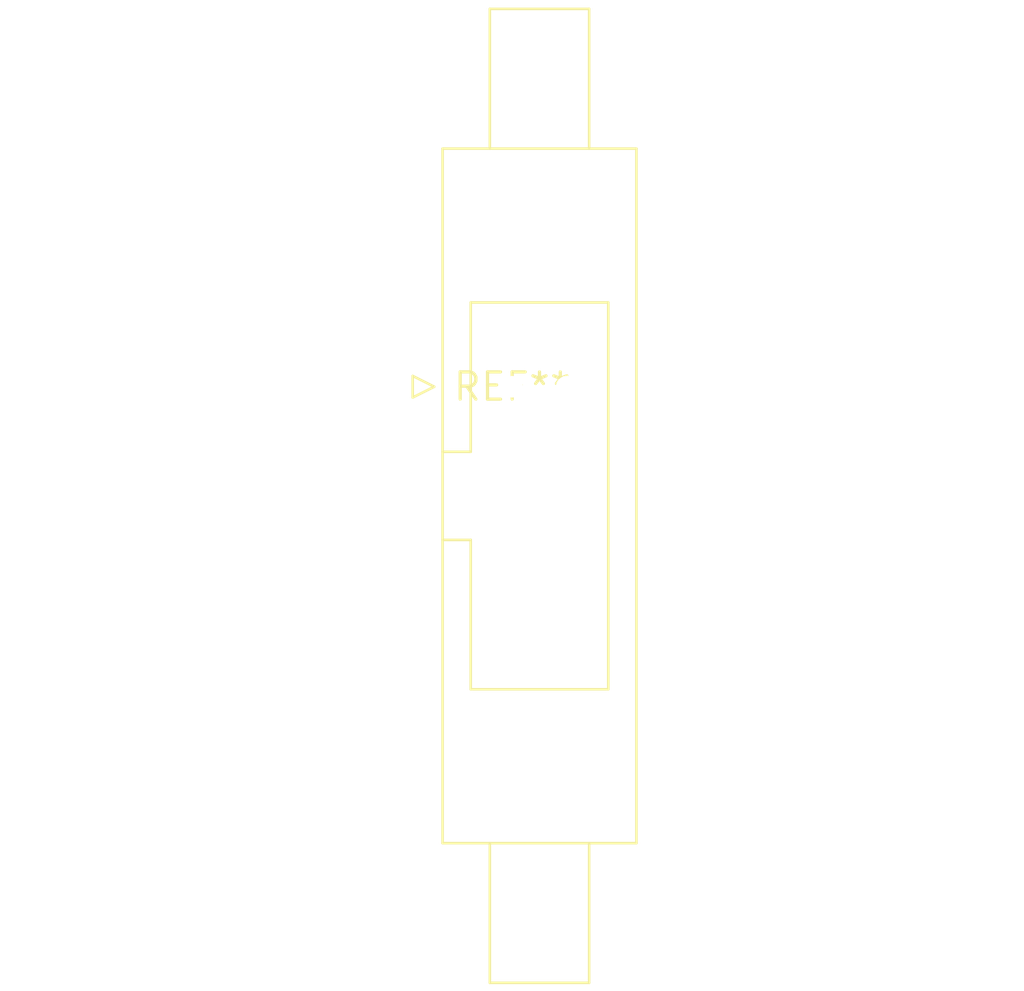
<source format=kicad_pcb>
(kicad_pcb (version 20240108) (generator pcbnew)
  (layers (0 "F.Cu" signal) (31 "B.Cu" signal) (34 "B.Paste" user) (35 "F.Paste" user) (36 "B.SilkS" user "B.Silkscreen") (37 "F.SilkS" user "F.Silkscreen") (38 "B.Mask" user) (39 "F.Mask" user) (44 "Edge.Cuts" user))
  (net 0 "")
  (footprint "IDC-Header_2x05_P2.54mm_Latch6.5mm_Vertical" (layer "F.Cu") (at 0 0)
    (property "Reference" "REF**")
    (property "Value" "IDC-Header_2x05_P2.54mm_Latch6.5mm_Vertical")
    (fp_line (start -4.63 -0.5) (end -4.63 0.5) (layer "F.SilkS") (stroke (width 0.12)))
    (fp_line (start -4.63 0.5) (end -3.63 0) (layer "F.SilkS") (stroke (width 0.12)))
    (fp_line (start -3.63 0) (end -4.63 -0.5) (layer "F.SilkS") (stroke (width 0.12)))
    (fp_line (start -3.24 -11.08) (end 5.78 -11.08) (layer "F.SilkS") (stroke (width 0.12)))
    (fp_line (start -3.24 3.03) (end -1.93 3.03) (layer "F.SilkS") (stroke (width 0.12)))
    (fp_line (start -3.24 21.24) (end -3.24 -11.08) (layer "F.SilkS") (stroke (width 0.12)))
    (fp_line (start -1.93 -3.92) (end 4.47 -3.92) (layer "F.SilkS") (stroke (width 0.12)))
    (fp_line (start -1.93 3.03) (end -1.93 -3.92) (layer "F.SilkS") (stroke (width 0.12)))
    (fp_line (start -1.93 7.13) (end -3.24 7.13) (layer "F.SilkS") (stroke (width 0.12)))
    (fp_line (start -1.93 7.13) (end -1.93 7.13) (layer "F.SilkS") (stroke (width 0.12)))
    (fp_line (start -1.93 14.08) (end -1.93 7.13) (layer "F.SilkS") (stroke (width 0.12)))
    (fp_line (start -1.04 -17.58) (end 3.58 -17.58) (layer "F.SilkS") (stroke (width 0.12)))
    (fp_line (start -1.04 -11.08) (end -1.04 -17.58) (layer "F.SilkS") (stroke (width 0.12)))
    (fp_line (start -1.04 21.24) (end -1.04 27.74) (layer "F.SilkS") (stroke (width 0.12)))
    (fp_line (start -1.04 27.74) (end 3.58 27.74) (layer "F.SilkS") (stroke (width 0.12)))
    (fp_line (start 3.58 -17.58) (end 3.58 -11.08) (layer "F.SilkS") (stroke (width 0.12)))
    (fp_line (start 3.58 27.74) (end 3.58 21.24) (layer "F.SilkS") (stroke (width 0.12)))
    (fp_line (start 4.47 -3.92) (end 4.47 14.08) (layer "F.SilkS") (stroke (width 0.12)))
    (fp_line (start 4.47 14.08) (end -1.93 14.08) (layer "F.SilkS") (stroke (width 0.12)))
    (fp_line (start 5.78 -11.08) (end 5.78 21.24) (layer "F.SilkS") (stroke (width 0.12)))
    (fp_line (start 5.78 21.24) (end -3.24 21.24) (layer "F.SilkS") (stroke (width 0.12)))
    (pad "1" thru_hole roundrect (at 0 0) (size 1.7 1.7) (drill 1) (layers *.Cu *.Mask) (remove_unused_layers) (roundrect_rratio 0.147059))
    (pad "2" thru_hole circle (at 2.54 0) (size 1.7 1.7) (drill 1) (layers *.Cu *.Mask) (remove_unused_layers))
    (pad "3" thru_hole circle (at 0 2.54) (size 1.7 1.7) (drill 1) (layers *.Cu *.Mask) (remove_unused_layers))
    (pad "4" thru_hole circle (at 2.54 2.54) (size 1.7 1.7) (drill 1) (layers *.Cu *.Mask) (remove_unused_layers))
    (pad "5" thru_hole circle (at 0 5.08) (size 1.7 1.7) (drill 1) (layers *.Cu *.Mask) (remove_unused_layers))
    (pad "6" thru_hole circle (at 2.54 5.08) (size 1.7 1.7) (drill 1) (layers *.Cu *.Mask) (remove_unused_layers))
    (pad "7" thru_hole circle (at 0 7.62) (size 1.7 1.7) (drill 1) (layers *.Cu *.Mask) (remove_unused_layers))
    (pad "8" thru_hole circle (at 2.54 7.62) (size 1.7 1.7) (drill 1) (layers *.Cu *.Mask) (remove_unused_layers))
    (pad "9" thru_hole circle (at 0 10.16) (size 1.7 1.7) (drill 1) (layers *.Cu *.Mask) (remove_unused_layers))
    (pad "10" thru_hole circle (at 2.54 10.16) (size 1.7 1.7) (drill 1) (layers *.Cu *.Mask) (remove_unused_layers))
  )
)
</source>
